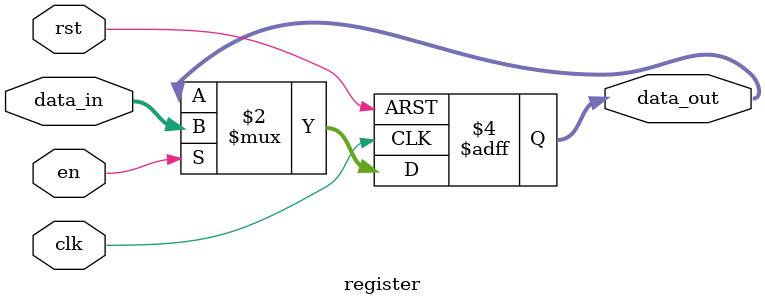
<source format=v>
module register(
    input clk,
    input rst,
    input [31:0] data_in,
    input en,
    output reg [31:0] data_out
);

    always @(posedge clk or posedge rst) begin
        if (rst) begin
            data_out <= 32'b0; 
        end else if (en) begin
            data_out <= data_in;
        end
    end

endmodule

</source>
